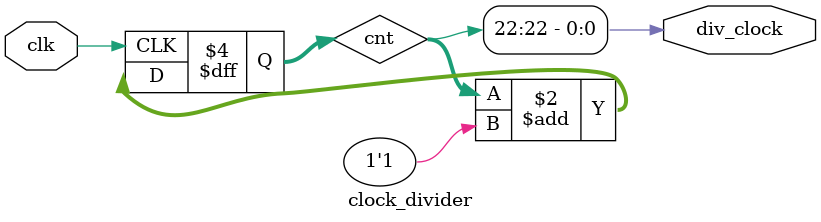
<source format=sv>
module clock_divider
#(parameter DIVIDE_LEN=23)
(	input clk,
	output div_clock
);

reg [DIVIDE_LEN-1:0] cnt;

initial cnt <= {DIVIDE_LEN{1'b0}};

always @(posedge clk)
begin
    cnt <= cnt+1'b1;
end

assign div_clock=cnt[DIVIDE_LEN-1];

endmodule
</source>
